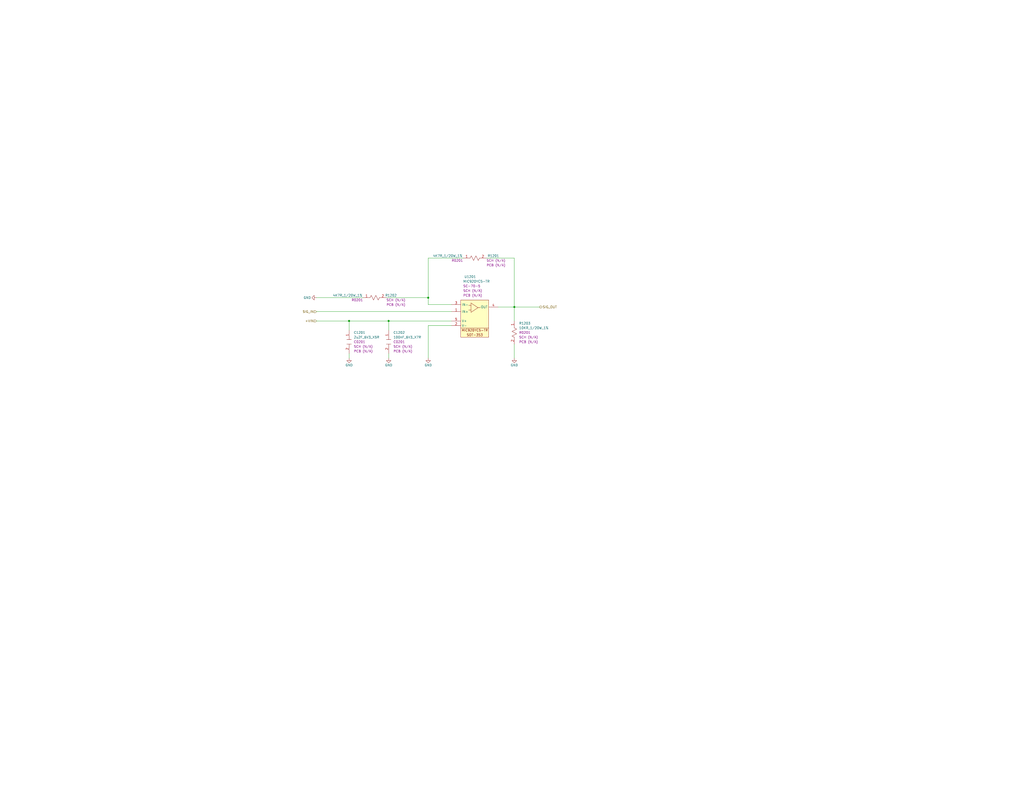
<source format=kicad_sch>
(kicad_sch (version 20230121) (generator eeschema)
  (paper "C")
  (title_block (title "Blender") (date "2023/09/18") (rev "v1.0") (company "Mend0z0") (comment 1 "v1.0") (comment 2 "RELEASED") (comment 3 "Siavash Taher Parvar") (comment 4 "_BOM_Blender_v1.0.html") (comment 5 "_HW_Blender.kicad_pcb") (comment 6 "_GBR_Blender_v1.0") (comment 7 "_ASM_Blender_v1.0") (comment 8 "N/A") (comment 9 "Initial version"))
  (lib_symbols
    (symbol "_SCHLIB_Blender:CAP_CER_100nF_6V3_X7R_C0201"
      (property "Reference" "C" (at 2.54 5.08 0))
      (property "Value" "100nF_6V3_X7R" (at 2.54 7.62 0))
      (property "Package" "C0201" (at 2.54 35.56 0))
      (property "SCH CHECK" "SCH (N/A)" (at 2.54 33.02 0))
      (property "PCB CHECk" "PCB (N/A)" (at 2.54 30.48 0))
      (symbol "CAP_CER_100nF_6V3_X7R_C0201_0_0"
        (polyline (pts (xy 5.08 1.27) (xy 5.08 -1.27)))
        (polyline (pts (xy 7.62 1.27) (xy 7.62 -1.27)))
      )
      (symbol "CAP_CER_100nF_6V3_X7R_C0201_1_1"
        (pin passive line (at 0 0 0) (length 5.08) (name "") (number "1"))
        (pin passive line (at 12.7 0 180) (length 5.08) (name "") (number "2"))
      )
    )
    (symbol "_SCHLIB_Blender:CAP_CER_2u2F_6V3_X5R_C0201"
      (property "Reference" "C" (at 2.54 3.81 0))
      (property "Value" "2u2F_6V3_X5R" (at 2.54 6.35 0))
      (property "Package" "C0201" (at 2.54 34.29 0))
      (property "SCH CHECK" "SCH (N/A)" (at 2.54 31.75 0))
      (property "PCB CHECk" "PCB (N/A)" (at 2.54 29.21 0))
      (symbol "CAP_CER_2u2F_6V3_X5R_C0201_0_0"
        (polyline (pts (xy 5.08 1.27) (xy 5.08 -1.27)))
        (polyline (pts (xy 7.62 1.27) (xy 7.62 -1.27)))
      )
      (symbol "CAP_CER_2u2F_6V3_X5R_C0201_1_1"
        (pin passive line (at 0 0 0) (length 5.08) (name "") (number "1"))
        (pin passive line (at 12.7 0 180) (length 5.08) (name "") (number "2"))
      )
    )
    (symbol "_SCHLIB_Blender:IC_OPAMP_MIC920YC5-TR_GP_1C_5V~18V_SC-70-5"
      (property "Reference" "U" (at 2.54 2.54 0))
      (property "Value" "MIC920YC5-TR" (at 2.54 5.08 0))
      (property "Package" "SC-70-5" (at 2.54 33.02 0))
      (property "SCH CHECK" "SCH (N/A)" (at 2.54 30.48 0))
      (property "PCB CHECk" "PCB (N/A)" (at 2.54 27.94 0))
      (symbol "IC_OPAMP_MIC920YC5-TR_GP_1C_5V~18V_SC-70-5_0_0"
        (text "MIC920YC5-TR" (at 7.62 -16.51 0) (effects (font (size 1.27 1.27))))
        (text "SOT-353" (at 7.62 -19.05 0) (effects (font (size 1.27 1.27))))
      )
      (symbol "IC_OPAMP_MIC920YC5-TR_GP_1C_5V~18V_SC-70-5_0_1"
        (polyline (pts (xy 0 -15.24) (xy 15.24 -15.24)))
        (polyline (pts (xy 5.564 -5.45) (xy 4.294 -5.45)))
        (polyline (pts (xy 5.564 -2.91) (xy 4.294 -2.91)))
        (polyline (pts (xy 9.374 -4.18) (xy 10.644 -4.18)))
        (polyline (pts (xy 5.564 -1.64) (xy 5.564 -6.72) (xy 9.374 -4.18) (xy 5.564 -1.64)))
        (rectangle (start 0 0) (end 15.24 -20.32) (fill (type background)))
      )
      (symbol "IC_OPAMP_MIC920YC5-TR_GP_1C_5V~18V_SC-70-5_1_1"
        (pin passive line (at -5.08 -6.35 0) (length 5.08) (name "IN+") (number "1"))
        (pin passive line (at -5.08 -13.97 0) (length 5.08) (name "V-") (number "2"))
        (pin passive line (at -5.08 -2.54 0) (length 5.08) (name "IN-") (number "3"))
        (pin passive line (at 20.32 -3.81 180) (length 5.08) (name "OUT") (number "4"))
        (pin passive line (at -5.08 -11.43 0) (length 5.08) (name "V+") (number "5"))
      )
    )
    (symbol "_SCHLIB_Blender:RES_10KR_1/20W_1%_R0201"
      (property "Reference" "R" (at 2.54 5.08 0))
      (property "Value" "10KR_1/20W_1%" (at 2.54 7.62 0))
      (property "Package" "R0201" (at 2.54 35.56 0))
      (property "SCH CHECK" "SCH (N/A)" (at 2.54 33.02 0))
      (property "PCB CHECk" "PCB (N/A)" (at 2.54 30.48 0))
      (symbol "RES_10KR_1/20W_1%_R0201_0_0"
        (polyline (pts (xy 3.81 0) (xy 4.445 1.27) (xy 5.715 -1.27) (xy 6.985 1.27) (xy 8.255 -1.27) (xy 8.89 0)))
      )
      (symbol "RES_10KR_1/20W_1%_R0201_1_1"
        (pin passive line (at 0 0 0) (length 3.81) (name "") (number "1"))
        (pin passive line (at 12.7 0 180) (length 3.81) (name "") (number "2"))
      )
    )
    (symbol "_SCHLIB_Blender:RES_4K7R_1/20W_1%_R0201"
      (property "Reference" "R" (at 2.54 5.08 0))
      (property "Value" "4K7R_1/20W_1%" (at 2.54 7.62 0))
      (property "Package" "R0201" (at 2.54 35.56 0))
      (property "SCH CHECK" "SCH (N/A)" (at 2.54 33.02 0))
      (property "PCB CHECk" "PCB (N/A)" (at 2.54 30.48 0))
      (symbol "RES_4K7R_1/20W_1%_R0201_0_0"
        (polyline (pts (xy 3.81 0) (xy 4.445 1.27) (xy 5.715 -1.27) (xy 6.985 1.27) (xy 8.255 -1.27) (xy 8.89 0)))
      )
      (symbol "RES_4K7R_1/20W_1%_R0201_1_1"
        (pin passive line (at 0 0 0) (length 3.81) (name "") (number "1"))
        (pin passive line (at 12.7 0 180) (length 3.81) (name "") (number "2"))
      )
    )
    (symbol "power:GND" (power) (pin_names (offset 0))
      (property "Value" "GND" (at 0 -3.81 0))
      (symbol "GND_0_1"
        (polyline (pts (xy 0 0) (xy 0 -1.27) (xy 1.27 -1.27) (xy 0 -2.54) (xy -1.27 -1.27) (xy 0 -1.27)))
      )
      (symbol "GND_1_1"
        (pin power_in line (at 0 0 270) (length 0) hide (name "GND") (number "1"))
      )
    )
  )
  (junction (at 212.09 175.26))
  (junction (at 190.5 175.26))
  (junction (at 233.68 162.56))
  (junction (at 280.67 167.64))
  (wire (pts (xy 212.09 175.26) (xy 212.09 180.34)))
  (wire (pts (xy 252.73 140.97) (xy 233.68 140.97)))
  (wire (pts (xy 190.5 175.26) (xy 190.5 180.34)))
  (wire (pts (xy 280.67 167.64) (xy 280.67 175.26)))
  (wire (pts (xy 265.43 140.97) (xy 280.67 140.97)))
  (wire (pts (xy 233.68 177.8) (xy 246.38 177.8)))
  (wire (pts (xy 233.68 195.58) (xy 233.68 177.8)))
  (wire (pts (xy 212.09 195.58) (xy 212.09 193.04)))
  (wire (pts (xy 294.64 167.64) (xy 280.67 167.64)))
  (wire (pts (xy 190.5 175.26) (xy 212.09 175.26)))
  (wire (pts (xy 233.68 166.37) (xy 246.38 166.37)))
  (wire (pts (xy 172.72 162.56) (xy 198.12 162.56)))
  (wire (pts (xy 233.68 162.56) (xy 233.68 166.37)))
  (wire (pts (xy 210.82 162.56) (xy 233.68 162.56)))
  (wire (pts (xy 172.72 175.26) (xy 190.5 175.26)))
  (wire (pts (xy 172.72 170.18) (xy 246.38 170.18)))
  (wire (pts (xy 280.67 195.58) (xy 280.67 187.96)))
  (wire (pts (xy 190.5 195.58) (xy 190.5 193.04)))
  (wire (pts (xy 233.68 140.97) (xy 233.68 162.56)))
  (wire (pts (xy 280.67 167.64) (xy 271.78 167.64)))
  (wire (pts (xy 212.09 175.26) (xy 246.38 175.26)))
  (wire (pts (xy 280.67 140.97) (xy 280.67 167.64)))
  (hierarchical_label "+VIN" (shape input) (at 172.72 175.26 180))
  (hierarchical_label "SIG_OUT" (shape output) (at 294.64 167.64 0))
  (hierarchical_label "SIG_IN" (shape input) (at 172.72 170.18 180))
  (symbol (lib_id "power:GND") (at 172.72 162.56 270) (unit 1)
    (property "Reference" "#PWR01201" (effects hide))
    (property "Value" "GND" (at 167.64 162.56 90))
    (instances (project "_HW_Blender" (path "" (reference "#PWR01201") (unit 1)) (path "" (reference "#PWR01301") (unit 1)) (path "" (reference "#PWR01401") (unit 1))) (project "_HW_ToslinkToDMX" (path "" (reference "#PWR01201") (unit 1)) (path "" (reference "#PWR01301") (unit 1)) (path "" (reference "#PWR01401") (unit 1))))
  )
  (symbol (lib_id "_SCHLIB_Blender:CAP_CER_2u2F_6V3_X5R_C0201") (at 190.5 180.34 270) (unit 1)
    (property "Reference" "C1201" (at 193.04 181.61 90) (effects (justify left)))
    (property "Value" "2u2F_6V3_X5R" (at 193.04 184.15 90) (effects (justify left)))
    (property "Footprint" "Capacitor_SMD:C_0201_0603Metric" (effects hide))
    (property "Datasheet" "https://ele.kyocera.com/assets/products/capacitor/CM_Series_e.pdf" (effects hide))
    (property "Description" "2.2 µF ±20% 6.3V Ceramic Capacitor X5R 0201 (0603 Metric)" (effects hide))
    (property "Link" "https://www.digikey.ca/en/products/detail/kyocera-avx/CM03X5R225M06AH/10815044" (effects hide))
    (property "SCH CHECK" "SCH (N/A)" (at 193.04 189.23 90) (effects (justify left)))
    (property "Package" "C0201" (at 193.04 186.69 90) (effects (justify left)))
    (property "Part Number (Manufacturer)" "CM03X5R225M06AH" (effects hide))
    (property "Manufacturer" "KYOCERA AVX" (effects hide))
    (property "Part Number (Vendor)" "478-KGM03CR50J225MHTR-ND" (effects hide))
    (property "Vendor" "Digikey" (effects hide))
    (property "PCB CHECk" "PCB (N/A)" (at 193.04 191.77 90) (effects (justify left)))
    (instances (project "_HW_Blender" (path "" (reference "C1201") (unit 1)) (path "" (reference "C1301") (unit 1)) (path "" (reference "C1401") (unit 1))) (project "_HW_ToslinkToDMX" (path "" (reference "C1201") (unit 1)) (path "" (reference "C1301") (unit 1)) (path "" (reference "C1401") (unit 1))))
  )
  (symbol (lib_id "power:GND") (at 190.5 195.58 0) (unit 1)
    (property "Reference" "#PWR01202" (effects hide))
    (property "Value" "GND" (at 190.5 199.39 0))
    (instances (project "_HW_Blender" (path "" (reference "#PWR01202") (unit 1)) (path "" (reference "#PWR01302") (unit 1)) (path "" (reference "#PWR01402") (unit 1))) (project "_HW_ToslinkToDMX" (path "" (reference "#PWR01202") (unit 1)) (path "" (reference "#PWR01302") (unit 1)) (path "" (reference "#PWR01402") (unit 1))))
  )
  (symbol (lib_id "power:GND") (at 233.68 195.58 0) (unit 1)
    (property "Reference" "#PWR01204" (effects hide))
    (property "Value" "GND" (at 233.68 199.39 0))
    (instances (project "_HW_Blender" (path "" (reference "#PWR01204") (unit 1)) (path "" (reference "#PWR01304") (unit 1)) (path "" (reference "#PWR01404") (unit 1))) (project "_HW_ToslinkToDMX" (path "" (reference "#PWR01204") (unit 1)) (path "" (reference "#PWR01304") (unit 1)) (path "" (reference "#PWR01404") (unit 1))))
  )
  (symbol (lib_id "_SCHLIB_Blender:RES_4K7R_1/20W_1%_R0201") (at 252.73 140.97 0) (unit 1)
    (property "Reference" "R1201" (at 269.24 139.7 0))
    (property "Value" "4K7R_1/20W_1%" (at 236.22 139.7 0) (effects (justify left)))
    (property "Footprint" "Resistor_SMD:R_0201_0603Metric" (effects hide))
    (property "Datasheet" "https://www.seielect.com/Catalog/SEI-RMCF_RMCP.pdf" (effects hide))
    (property "Description" "4.7 kOhms ±1% 0.05W, 1/20W Chip Resistor 0201 (0603 Metric) Thick Film" (effects hide))
    (property "Link" "https://www.digikey.ca/en/products/detail/stackpole-electronics-inc/RMCF0201FT4K70/1715026" (effects hide))
    (property "SCH CHECK" "SCH (N/A)" (at 265.43 142.24 0) (effects (justify left)))
    (property "Package" "R0201" (at 246.38 142.24 0) (effects (justify left)))
    (property "Part Number (Manufacturer)" "RMCF0201FT4K70" (effects hide))
    (property "Manufacturer" "Stackpole Electronics Inc" (effects hide))
    (property "Part Number (Vendor)" "RMCF0201FT4K70TR-ND" (effects hide))
    (property "Vendor" "Digikey" (effects hide))
    (property "PCB CHECk" "PCB (N/A)" (at 265.43 144.78 0) (effects (justify left)))
    (instances (project "_HW_Blender" (path "" (reference "R1201") (unit 1)) (path "" (reference "R1301") (unit 1)) (path "" (reference "R1401") (unit 1))) (project "_HW_ToslinkToDMX" (path "" (reference "R1201") (unit 1)) (path "" (reference "R1301") (unit 1)) (path "" (reference "R1401") (unit 1))))
  )
  (symbol (lib_id "_SCHLIB_Blender:CAP_CER_100nF_6V3_X7R_C0201") (at 212.09 180.34 270) (unit 1)
    (property "Reference" "C1202" (at 214.63 181.61 90) (effects (justify left)))
    (property "Value" "100nF_6V3_X7R" (at 214.63 184.15 90) (effects (justify left)))
    (property "Footprint" "Capacitor_SMD:C_0201_0603Metric" (effects hide))
    (property "Datasheet" "https://www.yageo.com/upload/media/product/productsearch/datasheet/mlcc/UPY-GPHC_X7R_6.3V-to-250V_22.pdf" (effects hide))
    (property "Description" "0.1 µF ±10% 6.3V Ceramic Capacitor X7R 0201 (0603 Metric)" (effects hide))
    (property "Link" "https://www.digikey.ca/en/products/detail/yageo/CC0201KRX7R5BB104/12698853" (effects hide))
    (property "SCH CHECK" "SCH (N/A)" (at 214.63 189.23 90) (effects (justify left)))
    (property "Package" "C0201" (at 214.63 186.69 90) (effects (justify left)))
    (property "Part Number (Manufacturer)" "CC0201KRX7R5BB104" (effects hide))
    (property "Manufacturer" "YAGEO" (effects hide))
    (property "Part Number (Vendor)" "13-CC0201KRX7R5BB104TR-ND" (effects hide))
    (property "Vendor" "Digikey" (effects hide))
    (property "PCB CHECk" "PCB (N/A)" (at 214.63 191.77 90) (effects (justify left)))
    (instances (project "_HW_Blender" (path "" (reference "C1202") (unit 1)) (path "" (reference "C1302") (unit 1)) (path "" (reference "C1402") (unit 1))) (project "_HW_ToslinkToDMX" (path "" (reference "C1202") (unit 1)) (path "" (reference "C1302") (unit 1)) (path "" (reference "C1402") (unit 1))))
  )
  (symbol (lib_id "_SCHLIB_Blender:IC_OPAMP_MIC920YC5-TR_GP_1C_5V~18V_SC-70-5") (at 251.46 163.83 0) (unit 1)
    (property "Reference" "U1201" (at 256.54 151.13 0))
    (property "Value" "MIC920YC5-TR" (at 252.73 153.67 0) (effects (justify left)))
    (property "Footprint" "Package_TO_SOT_SMD:SOT-353_SC-70-5" (effects hide))
    (property "Datasheet" "http://ww1.microchip.com/downloads/en/DeviceDoc/mic920.pdf" (effects hide))
    (property "Description" "General Purpose Amplifier 1 Circuit SC-70-5" (effects hide))
    (property "Link" "https://www.digikey.ca/en/products/detail/microchip-technology/MIC920YC5-TR/1617205" (effects hide))
    (property "SCH CHECK" "SCH (N/A)" (at 252.73 158.75 0) (effects (justify left)))
    (property "Part Number (Manufacturer)" "MIC920YC5-TR" (effects hide))
    (property "Package" "SC-70-5" (at 252.73 156.21 0) (effects (justify left)))
    (property "Manufacturer" "Microchip Technology" (effects hide))
    (property "Part Number (Vendor)" "576-4560-2-ND" (effects hide))
    (property "Vendor" "Digikey" (effects hide))
    (property "PCB CHECk" "PCB (N/A)" (at 252.73 161.29 0) (effects (justify left)))
    (instances (project "_HW_Blender" (path "" (reference "U1201") (unit 1)) (path "" (reference "U1301") (unit 1)) (path "" (reference "U1401") (unit 1))) (project "_HW_ToslinkToDMX" (path "" (reference "U1201") (unit 1)) (path "" (reference "U1301") (unit 1)) (path "" (reference "U1401") (unit 1))))
  )
  (symbol (lib_id "_SCHLIB_Blender:RES_10KR_1/20W_1%_R0201") (at 280.67 175.26 270) (unit 1)
    (property "Reference" "R1203" (at 283.21 176.53 90) (effects (justify left)))
    (property "Value" "10KR_1/20W_1%" (at 283.21 179.07 90) (effects (justify left)))
    (property "Footprint" "Resistor_SMD:R_0201_0603Metric" (effects hide))
    (property "Datasheet" "https://www.seielect.com/Catalog/SEI-RMCF_RMCP.pdf" (effects hide))
    (property "Description" "10 kOhms ±1% 0.05W, 1/20W Chip Resistor 0201 (0603 Metric) Thick Film" (effects hide))
    (property "Link" "https://www.digikey.ca/en/products/detail/stackpole-electronics-inc/RMCF0201FT10K0/1714990" (effects hide))
    (property "SCH CHECK" "SCH (N/A)" (at 283.21 184.15 90) (effects (justify left)))
    (property "Package" "R0201" (at 283.21 181.61 90) (effects (justify left)))
    (property "Part Number (Manufacturer)" "RMCF0201FT10K0" (effects hide))
    (property "Manufacturer" "Stackpole Electronics Inc" (effects hide))
    (property "Part Number (Vendor)" "RMCF0201FT10K0TR-ND" (effects hide))
    (property "Vendor" "Digikey" (effects hide))
    (property "PCB CHECk" "PCB (N/A)" (at 283.21 186.69 90) (effects (justify left)))
    (instances (project "_HW_Blender" (path "" (reference "R1203") (unit 1)) (path "" (reference "R1303") (unit 1)) (path "" (reference "R1403") (unit 1))) (project "_HW_ToslinkToDMX" (path "" (reference "R1203") (unit 1)) (path "" (reference "R1303") (unit 1)) (path "" (reference "R1403") (unit 1))))
  )
  (symbol (lib_id "power:GND") (at 212.09 195.58 0) (unit 1)
    (property "Reference" "#PWR01203" (effects hide))
    (property "Value" "GND" (at 212.09 199.39 0))
    (instances (project "_HW_Blender" (path "" (reference "#PWR01203") (unit 1)) (path "" (reference "#PWR01303") (unit 1)) (path "" (reference "#PWR01403") (unit 1))) (project "_HW_ToslinkToDMX" (path "" (reference "#PWR01203") (unit 1)) (path "" (reference "#PWR01303") (unit 1)) (path "" (reference "#PWR01403") (unit 1))))
  )
  (symbol (lib_id "power:GND") (at 280.67 195.58 0) (unit 1)
    (property "Reference" "#PWR01205" (effects hide))
    (property "Value" "GND" (at 280.67 199.39 0))
    (instances (project "_HW_Blender" (path "" (reference "#PWR01205") (unit 1)) (path "" (reference "#PWR01305") (unit 1)) (path "" (reference "#PWR01405") (unit 1))) (project "_HW_ToslinkToDMX" (path "" (reference "#PWR01205") (unit 1)) (path "" (reference "#PWR01305") (unit 1)) (path "" (reference "#PWR01405") (unit 1))))
  )
  (symbol (lib_id "_SCHLIB_Blender:RES_4K7R_1/20W_1%_R0201") (at 198.12 162.56 0) (unit 1)
    (property "Reference" "R1202" (at 213.36 161.29 0))
    (property "Value" "4K7R_1/20W_1%" (at 181.61 161.29 0) (effects (justify left)))
    (property "Footprint" "Resistor_SMD:R_0201_0603Metric" (effects hide))
    (property "Datasheet" "https://www.seielect.com/Catalog/SEI-RMCF_RMCP.pdf" (effects hide))
    (property "Description" "4.7 kOhms ±1% 0.05W, 1/20W Chip Resistor 0201 (0603 Metric) Thick Film" (effects hide))
    (property "Link" "https://www.digikey.ca/en/products/detail/stackpole-electronics-inc/RMCF0201FT4K70/1715026" (effects hide))
    (property "SCH CHECK" "SCH (N/A)" (at 210.82 163.83 0) (effects (justify left)))
    (property "Package" "R0201" (at 191.77 163.83 0) (effects (justify left)))
    (property "Part Number (Manufacturer)" "RMCF0201FT4K70" (effects hide))
    (property "Manufacturer" "Stackpole Electronics Inc" (effects hide))
    (property "Part Number (Vendor)" "RMCF0201FT4K70TR-ND" (effects hide))
    (property "Vendor" "Digikey" (effects hide))
    (property "PCB CHECk" "PCB (N/A)" (at 210.82 166.37 0) (effects (justify left)))
    (instances (project "_HW_Blender" (path "" (reference "R1202") (unit 1)) (path "" (reference "R1302") (unit 1)) (path "" (reference "R1402") (unit 1))) (project "_HW_ToslinkToDMX" (path "" (reference "R1202") (unit 1)) (path "" (reference "R1302") (unit 1)) (path "" (reference "R1402") (unit 1))))
  )
)
</source>
